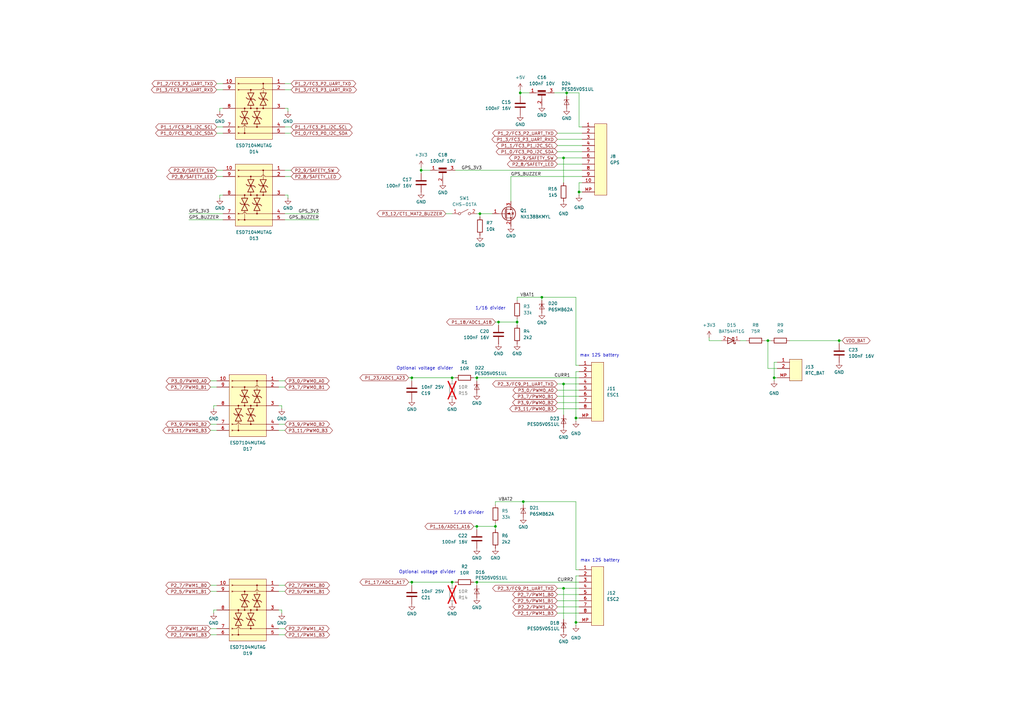
<source format=kicad_sch>
(kicad_sch (version 20250114) (generator "eeschema") (generator_version "9.0")
  (paper "A3")
  (title_block (title "MR-MCXN-T1-IO") (date "2025-10-13") (rev "X0") (company "NXP SEMICONDUCTORS B.V.") (comment 3 "DESIGNER: YOURI TILS") (comment 4 "CTO SYSTEM INNOVATIONS / MOBILE ROBOTICS DOMAIN"))
  (text "1/16 divider" (at 192.278 210.312 0) (effects (font (size 1.27 1.27))))
  (text "Optional voltage divider" (at 175.26 234.696 0) (effects (font (size 1.27 1.27))))
  (text "max 12S battery" (at 245.872 145.796 0) (effects (font (size 1.27 1.27))))
  (text "max 12S battery" (at 246.126 229.87 0) (effects (font (size 1.27 1.27))))
  (text "1/16 divider" (at 201.168 126.492 0) (effects (font (size 1.27 1.27))))
  (text "Optional voltage divider" (at 174.244 151.13 0) (effects (font (size 1.27 1.27))))
  (junction (at 196.85 87.63))
  (junction (at 212.09 132.08))
  (junction (at 344.17 139.7))
  (junction (at 222.25 121.92))
  (junction (at 213.36 38.1))
  (junction (at 314.96 139.7))
  (junction (at 195.58 154.94))
  (junction (at 172.72 69.85))
  (junction (at 168.91 238.76))
  (junction (at 236.22 171.45))
  (junction (at 195.58 238.76))
  (junction (at 236.22 255.27))
  (junction (at 185.42 238.76))
  (junction (at 237.49 78.74))
  (junction (at 232.41 38.1))
  (junction (at 317.5 154.94))
  (junction (at 195.58 215.9))
  (junction (at 231.14 64.77))
  (junction (at 185.42 154.94))
  (junction (at 214.63 205.74))
  (junction (at 231.14 241.3))
  (junction (at 168.91 154.94))
  (junction (at 231.14 157.48))
  (junction (at 204.47 132.08))
  (junction (at 203.2 215.9))
  (wire (pts (xy 228.6 243.84) (xy 237.49 243.84)))
  (wire (pts (xy 222.25 121.92) (xy 222.25 123.19)))
  (wire (pts (xy 88.9 36.83) (xy 91.44 36.83)))
  (wire (pts (xy 203.2 132.08) (xy 204.47 132.08)))
  (wire (pts (xy 119.38 54.61) (xy 116.84 54.61)))
  (wire (pts (xy 88.9 52.07) (xy 91.44 52.07)))
  (wire (pts (xy 237.49 74.93) (xy 238.76 74.93)))
  (wire (pts (xy 119.38 36.83) (xy 116.84 36.83)))
  (wire (pts (xy 90.17 44.45) (xy 90.17 45.72)))
  (wire (pts (xy 118.11 80.01) (xy 118.11 81.28)))
  (wire (pts (xy 86.36 156.21) (xy 88.9 156.21)))
  (wire (pts (xy 228.6 64.77) (xy 231.14 64.77)))
  (wire (pts (xy 195.58 217.17) (xy 195.58 215.9)))
  (wire (pts (xy 203.2 214.63) (xy 203.2 215.9)))
  (wire (pts (xy 86.36 257.81) (xy 88.9 257.81)))
  (wire (pts (xy 195.58 87.63) (xy 196.85 87.63)))
  (wire (pts (xy 232.41 38.1) (xy 232.41 39.37)))
  (wire (pts (xy 323.85 139.7) (xy 344.17 139.7)))
  (wire (pts (xy 203.2 205.74) (xy 203.2 207.01)))
  (wire (pts (xy 236.22 255.27) (xy 237.49 255.27)))
  (wire (pts (xy 212.09 130.81) (xy 212.09 132.08)))
  (wire (pts (xy 116.84 90.17) (xy 130.81 90.17)))
  (wire (pts (xy 317.5 148.59) (xy 318.77 148.59)))
  (wire (pts (xy 185.42 238.76) (xy 186.69 238.76)))
  (wire (pts (xy 86.36 158.75) (xy 88.9 158.75)))
  (wire (pts (xy 88.9 72.39) (xy 91.44 72.39)))
  (wire (pts (xy 87.63 166.37) (xy 88.9 166.37)))
  (wire (pts (xy 204.47 132.08) (xy 204.47 133.35)))
  (wire (pts (xy 118.11 80.01) (xy 116.84 80.01)))
  (wire (pts (xy 116.84 257.81) (xy 114.3 257.81)))
  (wire (pts (xy 88.9 69.85) (xy 91.44 69.85)))
  (wire (pts (xy 231.14 241.3) (xy 237.49 241.3)))
  (wire (pts (xy 195.58 154.94) (xy 195.58 156.21)))
  (wire (pts (xy 196.85 87.63) (xy 196.85 88.9)))
  (wire (pts (xy 115.57 250.19) (xy 114.3 250.19)))
  (wire (pts (xy 317.5 156.21) (xy 317.5 154.94)))
  (wire (pts (xy 88.9 54.61) (xy 91.44 54.61)))
  (wire (pts (xy 295.91 139.7) (xy 290.83 139.7)))
  (wire (pts (xy 116.84 240.03) (xy 114.3 240.03)))
  (wire (pts (xy 303.53 139.7) (xy 306.07 139.7)))
  (wire (pts (xy 212.09 121.92) (xy 222.25 121.92)))
  (wire (pts (xy 228.6 160.02) (xy 237.49 160.02)))
  (wire (pts (xy 236.22 171.45) (xy 236.22 152.4)))
  (wire (pts (xy 115.57 166.37) (xy 114.3 166.37)))
  (wire (pts (xy 228.6 67.31) (xy 238.76 67.31)))
  (wire (pts (xy 236.22 149.86) (xy 237.49 149.86)))
  (wire (pts (xy 228.6 62.23) (xy 238.76 62.23)))
  (wire (pts (xy 203.2 205.74) (xy 214.63 205.74)))
  (wire (pts (xy 116.84 173.99) (xy 114.3 173.99)))
  (wire (pts (xy 195.58 215.9) (xy 203.2 215.9)))
  (wire (pts (xy 213.36 36.83) (xy 213.36 38.1)))
  (wire (pts (xy 196.85 87.63) (xy 201.93 87.63)))
  (wire (pts (xy 214.63 205.74) (xy 214.63 207.01)))
  (wire (pts (xy 314.96 139.7) (xy 316.23 139.7)))
  (wire (pts (xy 185.42 240.03) (xy 185.42 238.76)))
  (wire (pts (xy 172.72 69.85) (xy 172.72 71.12)))
  (wire (pts (xy 118.11 44.45) (xy 118.11 45.72)))
  (wire (pts (xy 86.36 242.57) (xy 88.9 242.57)))
  (wire (pts (xy 186.69 69.85) (xy 238.76 69.85)))
  (wire (pts (xy 237.49 52.07) (xy 237.49 38.1)))
  (wire (pts (xy 237.49 78.74) (xy 238.76 78.74)))
  (wire (pts (xy 77.47 90.17) (xy 91.44 90.17)))
  (wire (pts (xy 195.58 215.9) (xy 194.31 215.9)))
  (wire (pts (xy 87.63 250.19) (xy 87.63 251.46)))
  (wire (pts (xy 195.58 154.94) (xy 237.49 154.94)))
  (wire (pts (xy 314.96 139.7) (xy 314.96 151.13)))
  (wire (pts (xy 236.22 171.45) (xy 237.49 171.45)))
  (wire (pts (xy 231.14 157.48) (xy 231.14 170.18)))
  (wire (pts (xy 195.58 238.76) (xy 237.49 238.76)))
  (wire (pts (xy 195.58 238.76) (xy 195.58 240.03)))
  (wire (pts (xy 213.36 38.1) (xy 217.17 38.1)))
  (wire (pts (xy 119.38 34.29) (xy 116.84 34.29)))
  (wire (pts (xy 237.49 74.93) (xy 237.49 78.74)))
  (wire (pts (xy 212.09 121.92) (xy 212.09 123.19)))
  (wire (pts (xy 194.31 238.76) (xy 195.58 238.76)))
  (wire (pts (xy 214.63 205.74) (xy 236.22 205.74)))
  (wire (pts (xy 119.38 52.07) (xy 116.84 52.07)))
  (wire (pts (xy 118.11 44.45) (xy 116.84 44.45)))
  (wire (pts (xy 203.2 215.9) (xy 203.2 217.17)))
  (wire (pts (xy 209.55 72.39) (xy 238.76 72.39)))
  (wire (pts (xy 115.57 166.37) (xy 115.57 167.64)))
  (wire (pts (xy 86.36 176.53) (xy 88.9 176.53)))
  (wire (pts (xy 228.6 162.56) (xy 237.49 162.56)))
  (wire (pts (xy 228.6 246.38) (xy 237.49 246.38)))
  (wire (pts (xy 172.72 68.58) (xy 172.72 69.85)))
  (wire (pts (xy 87.63 166.37) (xy 87.63 167.64)))
  (wire (pts (xy 77.47 87.63) (xy 91.44 87.63)))
  (wire (pts (xy 168.91 238.76) (xy 185.42 238.76)))
  (wire (pts (xy 119.38 69.85) (xy 116.84 69.85)))
  (wire (pts (xy 168.91 238.76) (xy 168.91 240.03)))
  (wire (pts (xy 236.22 152.4) (xy 237.49 152.4)))
  (wire (pts (xy 204.47 132.08) (xy 212.09 132.08)))
  (wire (pts (xy 115.57 250.19) (xy 115.57 251.46)))
  (wire (pts (xy 116.84 87.63) (xy 130.81 87.63)))
  (wire (pts (xy 317.5 154.94) (xy 317.5 148.59)))
  (wire (pts (xy 167.64 154.94) (xy 168.91 154.94)))
  (wire (pts (xy 236.22 236.22) (xy 237.49 236.22)))
  (wire (pts (xy 228.6 248.92) (xy 237.49 248.92)))
  (wire (pts (xy 87.63 250.19) (xy 88.9 250.19)))
  (wire (pts (xy 182.88 87.63) (xy 185.42 87.63)))
  (wire (pts (xy 194.31 154.94) (xy 195.58 154.94)))
  (wire (pts (xy 290.83 139.7) (xy 290.83 138.43)))
  (wire (pts (xy 90.17 44.45) (xy 91.44 44.45)))
  (wire (pts (xy 236.22 256.54) (xy 236.22 255.27)))
  (wire (pts (xy 236.22 205.74) (xy 236.22 233.68)))
  (wire (pts (xy 116.84 158.75) (xy 114.3 158.75)))
  (wire (pts (xy 232.41 38.1) (xy 237.49 38.1)))
  (wire (pts (xy 236.22 233.68) (xy 237.49 233.68)))
  (wire (pts (xy 231.14 157.48) (xy 237.49 157.48)))
  (wire (pts (xy 172.72 69.85) (xy 176.53 69.85)))
  (wire (pts (xy 90.17 80.01) (xy 90.17 81.28)))
  (wire (pts (xy 185.42 154.94) (xy 186.69 154.94)))
  (wire (pts (xy 228.6 59.69) (xy 238.76 59.69)))
  (wire (pts (xy 213.36 38.1) (xy 213.36 39.37)))
  (wire (pts (xy 228.6 251.46) (xy 237.49 251.46)))
  (wire (pts (xy 86.36 260.35) (xy 88.9 260.35)))
  (wire (pts (xy 185.42 154.94) (xy 185.42 156.21)))
  (wire (pts (xy 90.17 80.01) (xy 91.44 80.01)))
  (wire (pts (xy 86.36 240.03) (xy 88.9 240.03)))
  (wire (pts (xy 317.5 154.94) (xy 318.77 154.94)))
  (wire (pts (xy 228.6 165.1) (xy 237.49 165.1)))
  (wire (pts (xy 119.38 72.39) (xy 116.84 72.39)))
  (wire (pts (xy 212.09 132.08) (xy 212.09 133.35)))
  (wire (pts (xy 237.49 52.07) (xy 238.76 52.07)))
  (wire (pts (xy 168.91 154.94) (xy 185.42 154.94)))
  (wire (pts (xy 236.22 255.27) (xy 236.22 236.22)))
  (wire (pts (xy 228.6 157.48) (xy 231.14 157.48)))
  (wire (pts (xy 88.9 34.29) (xy 91.44 34.29)))
  (wire (pts (xy 168.91 154.94) (xy 168.91 156.21)))
  (wire (pts (xy 227.33 38.1) (xy 232.41 38.1)))
  (wire (pts (xy 237.49 80.01) (xy 237.49 78.74)))
  (wire (pts (xy 116.84 242.57) (xy 114.3 242.57)))
  (wire (pts (xy 228.6 167.64) (xy 237.49 167.64)))
  (wire (pts (xy 228.6 54.61) (xy 238.76 54.61)))
  (wire (pts (xy 344.17 139.7) (xy 344.17 140.97)))
  (wire (pts (xy 167.64 238.76) (xy 168.91 238.76)))
  (wire (pts (xy 116.84 156.21) (xy 114.3 156.21)))
  (wire (pts (xy 314.96 151.13) (xy 318.77 151.13)))
  (wire (pts (xy 228.6 241.3) (xy 231.14 241.3)))
  (wire (pts (xy 116.84 260.35) (xy 114.3 260.35)))
  (wire (pts (xy 86.36 173.99) (xy 88.9 173.99)))
  (wire (pts (xy 313.69 139.7) (xy 314.96 139.7)))
  (wire (pts (xy 228.6 57.15) (xy 238.76 57.15)))
  (wire (pts (xy 222.25 121.92) (xy 236.22 121.92)))
  (wire (pts (xy 236.22 121.92) (xy 236.22 149.86)))
  (wire (pts (xy 231.14 241.3) (xy 231.14 254)))
  (wire (pts (xy 116.84 176.53) (xy 114.3 176.53)))
  (wire (pts (xy 209.55 72.39) (xy 209.55 82.55)))
  (wire (pts (xy 236.22 172.72) (xy 236.22 171.45)))
  (wire (pts (xy 344.17 139.7) (xy 345.44 139.7)))
  (wire (pts (xy 231.14 64.77) (xy 231.14 74.93)))
  (wire (pts (xy 231.14 64.77) (xy 238.76 64.77)))
  (label "GPS_3V3" (at 77.47 87.63 0))
  (label "VBAT1" (at 213.36 121.92 0))
  (label "CURR2" (at 228.6 238.76 0))
  (label "GPS_BUZZER" (at 77.47 90.17 0))
  (label "GPS_BUZZER" (at 209.55 72.39 0))
  (label "GPS_3V3" (at 130.81 87.63 180))
  (label "VBAT2" (at 204.47 205.74 0))
  (label "GPS_BUZZER" (at 130.81 90.17 180))
  (label "CURR1" (at 227.33 154.94 0))
  (label "GPS_3V3" (at 189.23 69.85 0))
  (global_label "VDD_BAT" (shape bidirectional) (at 345.44 139.7 0) (property "Intersheetrefs" "${INTERSHEET_REFS}" (at 357.4589 139.7 0) (effects (justify left))))
  (global_label "P1_2{slash}FC3_P2_UART_TXD" (shape bidirectional) (at 228.6 54.61 180) (property "Intersheetrefs" "${INTERSHEET_REFS}" (at 201.4622 54.61 0) (effects (justify right))))
  (global_label "P2_5{slash}PWM1_B1" (shape bidirectional) (at 228.6 246.38 180) (property "Intersheetrefs" "${INTERSHEET_REFS}" (at 209.687 246.38 0) (effects (justify right))))
  (global_label "P1_23{slash}ADC1_A23" (shape bidirectional) (at 167.64 154.94 180) (property "Intersheetrefs" "${INTERSHEET_REFS}" (at 147.0336 154.94 0) (effects (justify right))))
  (global_label "P2_7{slash}PWM1_B0" (shape bidirectional) (at 116.84 240.03 0) (property "Intersheetrefs" "${INTERSHEET_REFS}" (at 135.753 240.03 0) (effects (justify left))))
  (global_label "P2_8{slash}SAFETY_LED" (shape bidirectional) (at 228.6 67.31 180) (property "Intersheetrefs" "${INTERSHEET_REFS}" (at 207.5098 67.31 0) (effects (justify right))))
  (global_label "P2_8{slash}SAFETY_LED" (shape bidirectional) (at 119.38 72.39 0) (property "Intersheetrefs" "${INTERSHEET_REFS}" (at 140.4702 72.39 0) (effects (justify left))))
  (global_label "P3_7{slash}PWM0_B1" (shape bidirectional) (at 86.36 158.75 180) (property "Intersheetrefs" "${INTERSHEET_REFS}" (at 67.447 158.75 0) (effects (justify right))))
  (global_label "P3_0{slash}PWM0_A0" (shape bidirectional) (at 228.6 160.02 180) (property "Intersheetrefs" "${INTERSHEET_REFS}" (at 209.8684 160.02 0) (effects (justify right))))
  (global_label "P1_3{slash}FC3_P3_UART_RXD" (shape bidirectional) (at 228.6 57.15 180) (property "Intersheetrefs" "${INTERSHEET_REFS}" (at 201.1598 57.15 0) (effects (justify right))))
  (global_label "P3_9{slash}PWM0_B2" (shape bidirectional) (at 116.84 173.99 0) (property "Intersheetrefs" "${INTERSHEET_REFS}" (at 135.753 173.99 0) (effects (justify left))))
  (global_label "P2_9{slash}SAFETY_SW" (shape bidirectional) (at 88.9 69.85 180) (property "Intersheetrefs" "${INTERSHEET_REFS}" (at 68.596 69.85 0) (effects (justify right))))
  (global_label "P1_2{slash}FC3_P2_UART_TXD" (shape bidirectional) (at 88.9 34.29 180) (property "Intersheetrefs" "${INTERSHEET_REFS}" (at 61.7622 34.29 0) (effects (justify right))))
  (global_label "P1_17{slash}ADC1_A17" (shape bidirectional) (at 167.64 238.76 180) (property "Intersheetrefs" "${INTERSHEET_REFS}" (at 147.0336 238.76 0) (effects (justify right))))
  (global_label "P1_2{slash}FC3_P2_UART_TXD" (shape bidirectional) (at 119.38 34.29 0) (property "Intersheetrefs" "${INTERSHEET_REFS}" (at 146.5178 34.29 0) (effects (justify left))))
  (global_label "P2_1{slash}PWM1_B3" (shape bidirectional) (at 116.84 260.35 0) (property "Intersheetrefs" "${INTERSHEET_REFS}" (at 135.753 260.35 0) (effects (justify left))))
  (global_label "P2_3{slash}FC9_P1_UART_TXD" (shape bidirectional) (at 228.6 241.3 180) (property "Intersheetrefs" "${INTERSHEET_REFS}" (at 201.4622 241.3 0) (effects (justify right))))
  (global_label "P1_0{slash}FC3_P0_I2C_SDA" (shape bidirectional) (at 228.6 62.23 180) (property "Intersheetrefs" "${INTERSHEET_REFS}" (at 202.9136 62.23 0) (effects (justify right))))
  (global_label "P1_0{slash}FC3_P0_I2C_SDA" (shape bidirectional) (at 88.9 54.61 180) (property "Intersheetrefs" "${INTERSHEET_REFS}" (at 63.2136 54.61 0) (effects (justify right))))
  (global_label "P1_0{slash}FC3_P0_I2C_SDA" (shape bidirectional) (at 119.38 54.61 0) (property "Intersheetrefs" "${INTERSHEET_REFS}" (at 145.0664 54.61 0) (effects (justify left))))
  (global_label "P2_9{slash}SAFETY_SW" (shape bidirectional) (at 228.6 64.77 180) (property "Intersheetrefs" "${INTERSHEET_REFS}" (at 208.296 64.77 0) (effects (justify right))))
  (global_label "P3_11{slash}PWM0_B3" (shape bidirectional) (at 86.36 176.53 180) (property "Intersheetrefs" "${INTERSHEET_REFS}" (at 66.2375 176.53 0) (effects (justify right))))
  (global_label "P2_5{slash}PWM1_B1" (shape bidirectional) (at 116.84 242.57 0) (property "Intersheetrefs" "${INTERSHEET_REFS}" (at 135.753 242.57 0) (effects (justify left))))
  (global_label "P2_1{slash}PWM1_B3" (shape bidirectional) (at 228.6 251.46 180) (property "Intersheetrefs" "${INTERSHEET_REFS}" (at 209.687 251.46 0) (effects (justify right))))
  (global_label "P2_9{slash}SAFETY_SW" (shape bidirectional) (at 119.38 69.85 0) (property "Intersheetrefs" "${INTERSHEET_REFS}" (at 139.684 69.85 0) (effects (justify left))))
  (global_label "P1_16{slash}ADC1_A16" (shape bidirectional) (at 194.31 215.9 180) (property "Intersheetrefs" "${INTERSHEET_REFS}" (at 173.7036 215.9 0) (effects (justify right))))
  (global_label "P3_9{slash}PWM0_B2" (shape bidirectional) (at 86.36 173.99 180) (property "Intersheetrefs" "${INTERSHEET_REFS}" (at 67.447 173.99 0) (effects (justify right))))
  (global_label "P3_0{slash}PWM0_A0" (shape bidirectional) (at 86.36 156.21 180) (property "Intersheetrefs" "${INTERSHEET_REFS}" (at 67.6284 156.21 0) (effects (justify right))))
  (global_label "P1_18{slash}ADC1_A18" (shape bidirectional) (at 203.2 132.08 180) (property "Intersheetrefs" "${INTERSHEET_REFS}" (at 182.5936 132.08 0) (effects (justify right))))
  (global_label "P3_11{slash}PWM0_B3" (shape bidirectional) (at 228.6 167.64 180) (property "Intersheetrefs" "${INTERSHEET_REFS}" (at 208.4775 167.64 0) (effects (justify right))))
  (global_label "P1_1{slash}FC3_P1_I2C_SCL" (shape bidirectional) (at 228.6 59.69 180) (property "Intersheetrefs" "${INTERSHEET_REFS}" (at 202.9741 59.69 0) (effects (justify right))))
  (global_label "P1_3{slash}FC3_P3_UART_RXD" (shape bidirectional) (at 119.38 36.83 0) (property "Intersheetrefs" "${INTERSHEET_REFS}" (at 146.8202 36.83 0) (effects (justify left))))
  (global_label "P3_7{slash}PWM0_B1" (shape bidirectional) (at 228.6 162.56 180) (property "Intersheetrefs" "${INTERSHEET_REFS}" (at 209.687 162.56 0) (effects (justify right))))
  (global_label "P2_1{slash}PWM1_B3" (shape bidirectional) (at 86.36 260.35 180) (property "Intersheetrefs" "${INTERSHEET_REFS}" (at 67.447 260.35 0) (effects (justify right))))
  (global_label "P2_8{slash}SAFETY_LED" (shape bidirectional) (at 88.9 72.39 180) (property "Intersheetrefs" "${INTERSHEET_REFS}" (at 67.8098 72.39 0) (effects (justify right))))
  (global_label "P2_2{slash}PWM1_A2" (shape bidirectional) (at 86.36 257.81 180) (property "Intersheetrefs" "${INTERSHEET_REFS}" (at 67.6284 257.81 0) (effects (justify right))))
  (global_label "P3_9{slash}PWM0_B2" (shape bidirectional) (at 228.6 165.1 180) (property "Intersheetrefs" "${INTERSHEET_REFS}" (at 209.687 165.1 0) (effects (justify right))))
  (global_label "P3_7{slash}PWM0_B1" (shape bidirectional) (at 116.84 158.75 0) (property "Intersheetrefs" "${INTERSHEET_REFS}" (at 135.753 158.75 0) (effects (justify left))))
  (global_label "P1_3{slash}FC3_P3_UART_RXD" (shape bidirectional) (at 88.9 36.83 180) (property "Intersheetrefs" "${INTERSHEET_REFS}" (at 61.4598 36.83 0) (effects (justify right))))
  (global_label "P3_12{slash}CT1_MAT2_BUZZER" (shape bidirectional) (at 182.88 87.63 180) (property "Intersheetrefs" "${INTERSHEET_REFS}" (at 154.049 87.63 0) (effects (justify right))))
  (global_label "P2_2{slash}PWM1_A2" (shape bidirectional) (at 228.6 248.92 180) (property "Intersheetrefs" "${INTERSHEET_REFS}" (at 209.8684 248.92 0) (effects (justify right))))
  (global_label "P1_1{slash}FC3_P1_I2C_SCL" (shape bidirectional) (at 119.38 52.07 0) (property "Intersheetrefs" "${INTERSHEET_REFS}" (at 145.0059 52.07 0) (effects (justify left))))
  (global_label "P3_11{slash}PWM0_B3" (shape bidirectional) (at 116.84 176.53 0) (property "Intersheetrefs" "${INTERSHEET_REFS}" (at 136.9625 176.53 0) (effects (justify left))))
  (global_label "P3_0{slash}PWM0_A0" (shape bidirectional) (at 116.84 156.21 0) (property "Intersheetrefs" "${INTERSHEET_REFS}" (at 135.5716 156.21 0) (effects (justify left))))
  (global_label "P2_2{slash}PWM1_A2" (shape bidirectional) (at 116.84 257.81 0) (property "Intersheetrefs" "${INTERSHEET_REFS}" (at 135.5716 257.81 0) (effects (justify left))))
  (global_label "P2_7{slash}PWM1_B0" (shape bidirectional) (at 86.36 240.03 180) (property "Intersheetrefs" "${INTERSHEET_REFS}" (at 67.447 240.03 0) (effects (justify right))))
  (global_label "P2_3{slash}FC9_P1_UART_TXD" (shape bidirectional) (at 228.6 157.48 180) (property "Intersheetrefs" "${INTERSHEET_REFS}" (at 201.4622 157.48 0) (effects (justify right))))
  (global_label "P1_1{slash}FC3_P1_I2C_SCL" (shape bidirectional) (at 88.9 52.07 180) (property "Intersheetrefs" "${INTERSHEET_REFS}" (at 63.2741 52.07 0) (effects (justify right))))
  (global_label "P2_7{slash}PWM1_B0" (shape bidirectional) (at 228.6 243.84 180) (property "Intersheetrefs" "${INTERSHEET_REFS}" (at 209.687 243.84 0) (effects (justify right))))
  (global_label "P2_5{slash}PWM1_B1" (shape bidirectional) (at 86.36 242.57 180) (property "Intersheetrefs" "${INTERSHEET_REFS}" (at 67.447 242.57 0) (effects (justify right))))
  (symbol (lib_id "power:+3V3") (at 290.83 138.43 0) (mirror y) (unit 1)
    (property "Reference" "#PWR056" (effects (hide yes)))
    (property "Value" "+3V3" (at 290.83 133.35 0))
    (property "Description" "Power symbol creates a global label with name \"+3V3\"" (effects (hide yes)))
  )
  (symbol (lib_id "Switches:CHS-01TA") (at 185.42 87.63 0) (unit 1)
    (property "Reference" "SW1" (at 190.5 81.28 0))
    (property "Value" "CHS-01TA" (at 190.5 83.82 0))
    (property "Footprint" "Switches:CHS-01TA" (effects (hide yes)))
    (property "Datasheet" "https://www.nidec-copal-electronics.com/e/catalog/switch/chs.pdf" (effects (hide yes)))
    (property "Description" "Dip Switch SPST 1 Position Surface Mount Slide (Standard) Actuator 100mA 6VDC" (effects (hide yes)))
    (property "MF" "Nidec Components Corporation" (effects (hide yes)))
    (property "MFPN" "CHS-01TA" (effects (hide yes)))
    (property "DigiKey" "563-1003-1-ND" (effects (hide yes)))
  )
  (symbol (lib_id "power:GND") (at 195.58 245.11 0) (mirror y) (unit 1)
    (property "Reference" "#PWR0102" (effects (hide yes)))
    (property "Value" "GND" (at 195.58 249.174 0))
    (property "Description" "Power symbol creates a global label with name \"GND\" , ground" (effects (hide yes)))
  )
  (symbol (lib_id "TVS:PESD5V0S1UL") (at 231.14 170.18 90) (mirror x) (unit 1)
    (property "Reference" "D23" (at 225.552 171.704 90) (effects (justify right)))
    (property "Value" "PESD5V0S1UL" (at 216.154 173.99 90) (effects (justify right)))
    (property "Footprint" "TVS:PESD5V0S1ULD315" (effects (hide yes)))
    (property "Datasheet" "https://assets.nexperia.com/documents/data-sheet/PESD5V0S1UL.pdf" (effects (hide yes)))
    (property "Description" "TVS DIODE 5VWM 20VC DFN1006-2" (effects (hide yes)))
    (property "MF" "Nexperia USA Inc." (effects (hide yes)))
    (property "MFPN" "PESD5V0S1UL,315" (effects (hide yes)))
    (property "DigiKey" "1727-4189-1-ND" (effects (hide yes)))
  )
  (symbol (lib_id "power:GND") (at 87.63 167.64 0) (mirror y) (unit 1)
    (property "Reference" "#PWR0104" (effects (hide yes)))
    (property "Value" "GND" (at 87.63 171.704 0))
    (property "Description" "Power symbol creates a global label with name \"GND\" , ground" (effects (hide yes)))
  )
  (symbol (lib_id "Capacitors:NFM15PC104R1A3D") (at 176.53 69.85 0) (unit 1)
    (property "Reference" "C18" (at 181.61 63.5 0))
    (property "Value" "100nF 10V" (at 181.61 66.04 0))
    (property "Footprint" "Capacitors:FIL_NFM15PC104R1A3D" (effects (hide yes)))
    (property "Datasheet" "https://search.murata.co.jp/Ceramy/image/img/A01X/G101/ENG/NFM15PC104R1A3-01.pdf" (effects (hide yes)))
    (property "Description" "0.1 µF Feed Through Capacitor 10V 2 A 30mOhm 0402 (1005 Metric), 3 PC Pad" (effects (hide yes)))
    (property "MF" "Murata Electronics" (effects (hide yes)))
    (property "MFPN" "NFM15PC104R1A3D" (effects (hide yes)))
    (property "DigiKey" "490-17918-1-ND" (effects (hide yes)))
  )
  (symbol (lib_id "TVS:P6SMB62A") (at 214.63 207.01 270) (unit 1)
    (property "Reference" "D21" (at 217.17 208.2799 90) (effects (justify left)))
    (property "Value" "P6SMB62A" (at 217.17 210.8199 90) (effects (justify left)))
    (property "Footprint" "TVS:SOD1002-1" (effects (hide yes)))
    (property "Datasheet" "https://assets.nexperia.com/documents/data-sheet/P6SMB_SER.pdf" (effects (hide yes)))
    (property "Description" "TVS DIODE 53VWM 65VBR 85VC DO214AA" (effects (hide yes)))
    (property "MF" "Littelfuse Inc." (effects (hide yes)))
    (property "MFPN" "P6SMB62A" (effects (hide yes)))
    (property "DigiKey" "P6SMB62ALFCT-ND" (effects (hide yes)))
  )
  (symbol (lib_id "power:GND") (at 317.5 156.21 0) (mirror y) (unit 1)
    (property "Reference" "#PWR054" (effects (hide yes)))
    (property "Value" "GND" (at 317.5 161.29 0))
    (property "Description" "Power symbol creates a global label with name \"GND\" , ground" (effects (hide yes)))
  )
  (symbol (lib_id "power:GND") (at 118.11 45.72 0) (mirror y) (unit 1)
    (property "Reference" "#PWR096" (effects (hide yes)))
    (property "Value" "GND" (at 118.11 49.784 0))
    (property "Description" "Power symbol creates a global label with name \"GND\" , ground" (effects (hide yes)))
  )
  (symbol (lib_id "Connectors:JST_SH_SM8B-SRSS-TB") (at 237.49 233.68 0) (unit 1)
    (property "Reference" "J12" (at 248.92 243.2049 0) (effects (justify left)))
    (property "Value" "ESC2" (at 248.92 245.7449 0) (effects (justify left)))
    (property "Footprint" "Connector_JST:JST_SH_SM08B-SRSS-TB_1x08-1MP_P1.00mm_Horizontal" (effects (hide yes)))
    (property "MF" "JST Sales America Inc." (effects (hide yes)))
    (property "MFPN" "SM08B-SRSS-TB" (effects (hide yes)))
    (property "DigiKey" "455-1808-1-ND" (effects (hide yes)))
  )
  (symbol (lib_id "power:GND") (at 213.36 46.99 0) (mirror y) (unit 1)
    (property "Reference" "#PWR0129" (effects (hide yes)))
    (property "Value" "GND" (at 213.36 51.054 0))
    (property "Description" "Power symbol creates a global label with name \"GND\" , ground" (effects (hide yes)))
  )
  (symbol (lib_id "Device:R") (at 203.2 220.98 0) (unit 1)
    (property "Reference" "R6" (at 205.74 219.7099 0) (effects (justify left)))
    (property "Value" "2k2" (at 205.74 222.2499 0) (effects (justify left)))
    (property "Footprint" "Resistor_SMD:R_0402_1005Metric" (effects (hide yes)))
    (property "Description" "Resistor" (effects (hide yes)))
    (property "MF" "YAGEO" (effects (hide yes)))
    (property "DigiKey" "YAG3467CT-ND" (effects (hide yes)))
    (property "MFPN" "AC0402FR-072K2L" (effects (hide yes)))
  )
  (symbol (lib_id "power:GND") (at 168.91 163.83 0) (mirror y) (unit 1)
    (property "Reference" "#PWR074" (effects (hide yes)))
    (property "Value" "GND" (at 168.91 167.894 0))
    (property "Description" "Power symbol creates a global label with name \"GND\" , ground" (effects (hide yes)))
  )
  (symbol (lib_id "power:GND") (at 236.22 256.54 0) (mirror y) (unit 1)
    (property "Reference" "#PWR0101" (effects (hide yes)))
    (property "Value" "GND" (at 236.22 261.62 0))
    (property "Description" "Power symbol creates a global label with name \"GND\" , ground" (effects (hide yes)))
  )
  (symbol (lib_id "TVS:PESD5V0S1UL") (at 195.58 240.03 270) (unit 1)
    (property "Reference" "D16" (at 198.882 234.696 90) (effects (justify right)))
    (property "Value" "PESD5V0S1UL" (at 208.28 236.982 90) (effects (justify right)))
    (property "Footprint" "TVS:PESD5V0S1ULD315" (effects (hide yes)))
    (property "Datasheet" "https://assets.nexperia.com/documents/data-sheet/PESD5V0S1UL.pdf" (effects (hide yes)))
    (property "Description" "TVS DIODE 5VWM 20VC DFN1006-2" (effects (hide yes)))
    (property "MF" "Nexperia USA Inc." (effects (hide yes)))
    (property "MFPN" "PESD5V0S1UL,315" (effects (hide yes)))
    (property "DigiKey" "1727-4189-1-ND" (effects (hide yes)))
  )
  (symbol (lib_id "Capacitors:GRM1555C1E103JE01D") (at 168.91 160.02 0) (mirror x) (unit 1)
    (property "Reference" "C19" (at 172.72 161.2901 0) (effects (justify left)))
    (property "Value" "10nF 25V" (at 172.72 158.7501 0) (effects (justify left)))
    (property "Footprint" "Capacitor_SMD:C_0402_1005Metric" (effects (hide yes)))
    (property "Datasheet" "https://search.murata.co.jp/Ceramy/image/img/A01X/G101/ENG/GRM1555C1E103JE01-01A.pdf" (effects (hide yes)))
    (property "Description" "CAP CER 10000PF 25V C0G/NP0 0402" (effects (hide yes)))
    (property "MF" "Murata Electronics" (effects (hide yes)))
    (property "MFPN" "GRM1555C1E103JE01D" (effects (hide yes)))
    (property "DigiKey" "490-GRM1555C1E103JE01DCT-ND" (effects (hide yes)))
  )
  (symbol (lib_id "Device:R") (at 185.42 243.84 0) (mirror y) (unit 1) (in_bom no) (dnp yes)
    (property "Reference" "R14" (at 187.96 245.1101 0) (effects (justify right)))
    (property "Value" "10R" (at 187.96 242.5701 0) (effects (justify right)))
    (property "Footprint" "Resistor_SMD:R_0402_1005Metric" (effects (hide yes)))
    (property "Description" "Resistor" (effects (hide yes)))
    (property "MF" "YAGEO" (effects (hide yes)))
    (property "DigiKey" "YAG3438CT-ND" (effects (hide yes)))
    (property "MFPN" "AC0402FR-0710RL" (effects (hide yes)))
  )
  (symbol (lib_id "Capacitors:GRM155R71C104KA88J") (at 195.58 220.98 0) (unit 1)
    (property "Reference" "C22" (at 191.77 219.7099 0) (effects (justify right)))
    (property "Value" "100nF 16V" (at 191.77 222.2499 0) (effects (justify right)))
    (property "Footprint" "Capacitor_SMD:C_0402_1005Metric" (effects (hide yes)))
    (property "Datasheet" "https://search.murata.co.jp/Ceramy/image/img/A01X/G101/ENG/GRM155R71C104KA88-01.pdf" (effects (hide yes)))
    (property "Description" "CAP CER 0.1UF 16V X7R 0402" (effects (hide yes)))
    (property "MF" "Murata Electronics" (effects (hide yes)))
    (property "MFPN" "GRM155R71C104KA88J" (effects (hide yes)))
    (property "DigiKey" "490-6328-1-ND" (effects (hide yes)))
  )
  (symbol (lib_name "ESD7104MUTAG_1") (lib_id "TVS:ESD7104MUTAG") (at 91.44 54.61 0) (mirror x) (unit 1)
    (property "Reference" "D14" (at 104.14 62.23 0))
    (property "Value" "ESD7104MUTAG" (at 104.14 59.69 0))
    (property "Footprint" "TVS:ESD8104MUTAG" (effects (hide yes)))
    (property "Datasheet" "https://www.onsemi.com/pub/Collateral/ESD7104-D.PDF" (effects (hide yes)))
    (property "Description" "SZESD7104MTWTAG Wettable Flank Package; Low ESD Clamping Voltage; SZ Prefix for Automotive and Other Applications Requiring Unique Site and Control Change Requirements; AECQ101 Qualified and PPAP Capable; These Devices are PbFree, Halogen Free/BFR Free and are RoHS Compliant; Low Capacitance (0.3 pF Typical, I/O to GND); IEC6100042 (ESD): Level 4" (effects (hide yes)))
    (property "MF" "onsemi" (effects (hide yes)))
    (property "MFPN" "ESD7104MUTAG" (effects (hide yes)))
    (property "DigiKey" "ESD7104MUTAGOSCT-ND" (effects (hide yes)))
  )
  (symbol (lib_id "Device:R") (at 309.88 139.7 90) (unit 1)
    (property "Reference" "R8" (at 309.88 133.35 90))
    (property "Value" "75R" (at 309.88 135.89 90))
    (property "Footprint" "Resistor_SMD:R_0402_1005Metric" (effects (hide yes)))
    (property "Description" "Resistor" (effects (hide yes)))
    (property "MF" "YAGEO" (effects (hide yes)))
    (property "DigiKey" "13-RC0402FR-1375RLCT-ND" (effects (hide yes)))
    (property "MFPN" "RC0402FR-1375RL" (effects (hide yes)))
  )
  (symbol (lib_id "power:+5V") (at 213.36 36.83 0) (mirror y) (unit 1)
    (property "Reference" "#PWR0128" (effects (hide yes)))
    (property "Value" "+5V" (at 213.36 31.75 0))
    (property "Description" "Power symbol creates a global label with name \"+5V\"" (effects (hide yes)))
  )
  (symbol (lib_id "power:GND") (at 172.72 78.74 0) (mirror y) (unit 1)
    (property "Reference" "#PWR099" (effects (hide yes)))
    (property "Value" "GND" (at 172.72 82.804 0))
    (property "Description" "Power symbol creates a global label with name \"GND\" , ground" (effects (hide yes)))
  )
  (symbol (lib_id "power:GND") (at 231.14 259.08 0) (mirror y) (unit 1)
    (property "Reference" "#PWR0103" (effects (hide yes)))
    (property "Value" "GND" (at 231.14 263.144 0))
    (property "Description" "Power symbol creates a global label with name \"GND\" , ground" (effects (hide yes)))
  )
  (symbol (lib_id "power:GND") (at 231.14 82.55 0) (mirror y) (unit 1)
    (property "Reference" "#PWR0106" (effects (hide yes)))
    (property "Value" "GND" (at 231.14 87.63 0))
    (property "Description" "Power symbol creates a global label with name \"GND\" , ground" (effects (hide yes)))
  )
  (symbol (lib_id "Device:R") (at 231.14 78.74 0) (mirror y) (unit 1)
    (property "Reference" "R16" (at 228.6 77.4699 0) (effects (justify left)))
    (property "Value" "1k5" (at 228.6 80.0099 0) (effects (justify left)))
    (property "Footprint" "Resistor_SMD:R_0402_1005Metric" (effects (hide yes)))
    (property "Description" "Resistor" (effects (hide yes)))
    (property "DigiKey" "311-1.50KLRCT-ND" (effects (hide yes)))
    (property "MF" "YAGEO" (effects (hide yes)))
    (property "MFPN" "RC0402FR-071K5L" (effects (hide yes)))
  )
  (symbol (lib_id "power:+3V3") (at 172.72 68.58 0) (mirror y) (unit 1)
    (property "Reference" "#PWR093" (effects (hide yes)))
    (property "Value" "+3V3" (at 172.72 63.5 0))
    (property "Description" "Power symbol creates a global label with name \"+3V3\"" (effects (hide yes)))
  )
  (symbol (lib_id "power:GND") (at 222.25 43.18 0) (mirror y) (unit 1)
    (property "Reference" "#PWR0130" (effects (hide yes)))
    (property "Value" "GND" (at 222.25 47.244 0))
    (property "Description" "Power symbol creates a global label with name \"GND\" , ground" (effects (hide yes)))
  )
  (symbol (lib_id "power:GND") (at 115.57 251.46 0) (mirror y) (unit 1)
    (property "Reference" "#PWR0109" (effects (hide yes)))
    (property "Value" "GND" (at 115.57 255.524 0))
    (property "Description" "Power symbol creates a global label with name \"GND\" , ground" (effects (hide yes)))
  )
  (symbol (lib_id "power:GND") (at 87.63 251.46 0) (mirror y) (unit 1)
    (property "Reference" "#PWR0108" (effects (hide yes)))
    (property "Value" "GND" (at 87.63 255.524 0))
    (property "Description" "Power symbol creates a global label with name \"GND\" , ground" (effects (hide yes)))
  )
  (symbol (lib_id "Capacitors:GRM1555C1E103JE01D") (at 168.91 243.84 0) (mirror x) (unit 1)
    (property "Reference" "C21" (at 172.72 245.1101 0) (effects (justify left)))
    (property "Value" "10nF 25V" (at 172.72 242.5701 0) (effects (justify left)))
    (property "Footprint" "Capacitor_SMD:C_0402_1005Metric" (effects (hide yes)))
    (property "Datasheet" "https://search.murata.co.jp/Ceramy/image/img/A01X/G101/ENG/GRM1555C1E103JE01-01A.pdf" (effects (hide yes)))
    (property "Description" "CAP CER 10000PF 25V C0G/NP0 0402" (effects (hide yes)))
    (property "MF" "Murata Electronics" (effects (hide yes)))
    (property "MFPN" "GRM1555C1E103JE01D" (effects (hide yes)))
    (property "DigiKey" "490-GRM1555C1E103JE01DCT-ND" (effects (hide yes)))
  )
  (symbol (lib_id "power:GND") (at 118.11 81.28 0) (mirror y) (unit 1)
    (property "Reference" "#PWR091" (effects (hide yes)))
    (property "Value" "GND" (at 118.11 85.344 0))
    (property "Description" "Power symbol creates a global label with name \"GND\" , ground" (effects (hide yes)))
  )
  (symbol (lib_id "power:GND") (at 195.58 161.29 0) (mirror y) (unit 1)
    (property "Reference" "#PWR0120" (effects (hide yes)))
    (property "Value" "GND" (at 195.58 165.354 0))
    (property "Description" "Power symbol creates a global label with name \"GND\" , ground" (effects (hide yes)))
  )
  (symbol (lib_id "Device:R") (at 203.2 210.82 0) (unit 1)
    (property "Reference" "R5" (at 205.74 209.5499 0) (effects (justify left)))
    (property "Value" "33k" (at 205.74 212.0899 0) (effects (justify left)))
    (property "Footprint" "Resistor_SMD:R_0402_1005Metric" (effects (hide yes)))
    (property "Description" "Resistor" (effects (hide yes)))
    (property "MF" "YAGEO" (effects (hide yes)))
    (property "DigiKey" "311-33.0KLRCT-ND" (effects (hide yes)))
    (property "MFPN" "RC0402FR-0733KL" (effects (hide yes)))
  )
  (symbol (lib_id "Capacitors:GRM155R71C104KA88J") (at 204.47 137.16 0) (unit 1)
    (property "Reference" "C20" (at 200.66 135.8899 0) (effects (justify right)))
    (property "Value" "100nF 16V" (at 200.66 138.4299 0) (effects (justify right)))
    (property "Footprint" "Capacitor_SMD:C_0402_1005Metric" (effects (hide yes)))
    (property "Datasheet" "https://search.murata.co.jp/Ceramy/image/img/A01X/G101/ENG/GRM155R71C104KA88-01.pdf" (effects (hide yes)))
    (property "Description" "CAP CER 0.1UF 16V X7R 0402" (effects (hide yes)))
    (property "MF" "Murata Electronics" (effects (hide yes)))
    (property "MFPN" "GRM155R71C104KA88J" (effects (hide yes)))
    (property "DigiKey" "490-6328-1-ND" (effects (hide yes)))
  )
  (symbol (lib_id "Capacitors:GRM155R71C104KA88J") (at 344.17 144.78 0) (mirror y) (unit 1)
    (property "Reference" "C23" (at 347.98 143.5099 0) (effects (justify right)))
    (property "Value" "100nF 16V" (at 347.98 146.0499 0) (effects (justify right)))
    (property "Footprint" "Capacitor_SMD:C_0402_1005Metric" (effects (hide yes)))
    (property "Datasheet" "https://search.murata.co.jp/Ceramy/image/img/A01X/G101/ENG/GRM155R71C104KA88-01.pdf" (effects (hide yes)))
    (property "Description" "CAP CER 0.1UF 16V X7R 0402" (effects (hide yes)))
    (property "MF" "Murata Electronics" (effects (hide yes)))
    (property "MFPN" "GRM155R71C104KA88J" (effects (hide yes)))
    (property "DigiKey" "490-6328-1-ND" (effects (hide yes)))
  )
  (symbol (lib_id "power:GND") (at 115.57 167.64 0) (mirror y) (unit 1)
    (property "Reference" "#PWR0105" (effects (hide yes)))
    (property "Value" "GND" (at 115.57 171.704 0))
    (property "Description" "Power symbol creates a global label with name \"GND\" , ground" (effects (hide yes)))
  )
  (symbol (lib_id "power:GND") (at 204.47 140.97 0) (mirror y) (unit 1)
    (property "Reference" "#PWR0134" (effects (hide yes)))
    (property "Value" "GND" (at 204.47 145.034 0))
    (property "Description" "Power symbol creates a global label with name \"GND\" , ground" (effects (hide yes)))
  )
  (symbol (lib_id "TVS:P6SMB62A") (at 222.25 123.19 270) (unit 1)
    (property "Reference" "D20" (at 224.79 124.4599 90) (effects (justify left)))
    (property "Value" "P6SMB62A" (at 224.79 126.9999 90) (effects (justify left)))
    (property "Footprint" "TVS:SOD1002-1" (effects (hide yes)))
    (property "Datasheet" "https://assets.nexperia.com/documents/data-sheet/P6SMB_SER.pdf" (effects (hide yes)))
    (property "Description" "TVS DIODE 53VWM 65VBR 85VC DO214AA" (effects (hide yes)))
    (property "MF" "Littelfuse Inc." (effects (hide yes)))
    (property "MFPN" "P6SMB62A" (effects (hide yes)))
    (property "DigiKey" "P6SMB62ALFCT-ND" (effects (hide yes)))
  )
  (symbol (lib_id "power:GND") (at 168.91 247.65 0) (mirror y) (unit 1)
    (property "Reference" "#PWR073" (effects (hide yes)))
    (property "Value" "GND" (at 168.91 251.714 0))
    (property "Description" "Power symbol creates a global label with name \"GND\" , ground" (effects (hide yes)))
  )
  (symbol (lib_name "ESD7104MUTAG_3") (lib_id "TVS:ESD7104MUTAG") (at 88.9 176.53 0) (mirror x) (unit 1)
    (property "Reference" "D17" (at 101.6 184.15 0))
    (property "Value" "ESD7104MUTAG" (at 101.6 181.61 0))
    (property "Footprint" "TVS:ESD8104MUTAG" (effects (hide yes)))
    (property "Datasheet" "https://www.onsemi.com/pub/Collateral/ESD7104-D.PDF" (effects (hide yes)))
    (property "Description" "SZESD7104MTWTAG Wettable Flank Package; Low ESD Clamping Voltage; SZ Prefix for Automotive and Other Applications Requiring Unique Site and Control Change Requirements; AECQ101 Qualified and PPAP Capable; These Devices are PbFree, Halogen Free/BFR Free and are RoHS Compliant; Low Capacitance (0.3 pF Typical, I/O to GND); IEC6100042 (ESD): Level 4" (effects (hide yes)))
    (property "MF" "onsemi" (effects (hide yes)))
    (property "MFPN" "ESD7104MUTAG" (effects (hide yes)))
    (property "DigiKey" "ESD7104MUTAGOSCT-ND" (effects (hide yes)))
  )
  (symbol (lib_id "power:GND") (at 232.41 44.45 0) (mirror y) (unit 1)
    (property "Reference" "#PWR0131" (effects (hide yes)))
    (property "Value" "GND" (at 232.41 48.514 0))
    (property "Description" "Power symbol creates a global label with name \"GND\" , ground" (effects (hide yes)))
  )
  (symbol (lib_id "power:GND") (at 344.17 148.59 0) (unit 1)
    (property "Reference" "#PWR064" (effects (hide yes)))
    (property "Value" "GND" (at 344.17 152.654 0))
    (property "Description" "Power symbol creates a global label with name \"GND\" , ground" (effects (hide yes)))
  )
  (symbol (lib_id "power:GND") (at 90.17 45.72 0) (mirror y) (unit 1)
    (property "Reference" "#PWR095" (effects (hide yes)))
    (property "Value" "GND" (at 90.17 49.784 0))
    (property "Description" "Power symbol creates a global label with name \"GND\" , ground" (effects (hide yes)))
  )
  (symbol (lib_id "TVS:PESD5V0S1UL") (at 195.58 156.21 270) (unit 1)
    (property "Reference" "D22" (at 198.628 150.876 90) (effects (justify right)))
    (property "Value" "PESD5V0S1UL" (at 208.026 153.162 90) (effects (justify right)))
    (property "Footprint" "TVS:PESD5V0S1ULD315" (effects (hide yes)))
    (property "Datasheet" "https://assets.nexperia.com/documents/data-sheet/PESD5V0S1UL.pdf" (effects (hide yes)))
    (property "Description" "TVS DIODE 5VWM 20VC DFN1006-2" (effects (hide yes)))
    (property "MF" "Nexperia USA Inc." (effects (hide yes)))
    (property "MFPN" "PESD5V0S1UL,315" (effects (hide yes)))
    (property "DigiKey" "1727-4189-1-ND" (effects (hide yes)))
  )
  (symbol (lib_id "Capacitors:GRM155R71C104KA88J") (at 172.72 74.93 0) (mirror y) (unit 1)
    (property "Reference" "C17" (at 168.91 73.6599 0) (effects (justify left)))
    (property "Value" "100nF 16V" (at 168.91 76.1999 0) (effects (justify left)))
    (property "Footprint" "Capacitor_SMD:C_0402_1005Metric" (effects (hide yes)))
    (property "Datasheet" "https://search.murata.co.jp/Ceramy/image/img/A01X/G101/ENG/GRM155R71C104KA88-01.pdf" (effects (hide yes)))
    (property "Description" "CAP CER 0.1UF 16V X7R 0402" (effects (hide yes)))
    (property "MF" "Murata Electronics" (effects (hide yes)))
    (property "MFPN" "GRM155R71C104KA88J" (effects (hide yes)))
    (property "DigiKey" "490-6328-1-ND" (effects (hide yes)))
  )
  (symbol (lib_id "Device:R") (at 212.09 127 0) (unit 1)
    (property "Reference" "R3" (at 214.63 125.7299 0) (effects (justify left)))
    (property "Value" "33k" (at 214.63 128.2699 0) (effects (justify left)))
    (property "Footprint" "Resistor_SMD:R_0402_1005Metric" (effects (hide yes)))
    (property "Description" "Resistor" (effects (hide yes)))
    (property "MF" "YAGEO" (effects (hide yes)))
    (property "DigiKey" "311-33.0KLRCT-ND" (effects (hide yes)))
    (property "MFPN" "RC0402FR-0733KL" (effects (hide yes)))
  )
  (symbol (lib_name "ESD7104MUTAG_7") (lib_id "TVS:ESD7104MUTAG") (at 91.44 90.17 0) (mirror x) (unit 1)
    (property "Reference" "D13" (at 104.14 97.79 0))
    (property "Value" "ESD7104MUTAG" (at 104.14 95.25 0))
    (property "Footprint" "TVS:ESD8104MUTAG" (effects (hide yes)))
    (property "Datasheet" "https://www.onsemi.com/pub/Collateral/ESD7104-D.PDF" (effects (hide yes)))
    (property "Description" "SZESD7104MTWTAG Wettable Flank Package; Low ESD Clamping Voltage; SZ Prefix for Automotive and Other Applications Requiring Unique Site and Control Change Requirements; AECQ101 Qualified and PPAP Capable; These Devices are PbFree, Halogen Free/BFR Free and are RoHS Compliant; Low Capacitance (0.3 pF Typical, I/O to GND); IEC6100042 (ESD): Level 4" (effects (hide yes)))
    (property "MF" "onsemi" (effects (hide yes)))
    (property "MFPN" "ESD7104MUTAG" (effects (hide yes)))
    (property "DigiKey" "ESD7104MUTAGOSCT-ND" (effects (hide yes)))
  )
  (symbol (lib_id "power:GND") (at 212.09 140.97 0) (mirror y) (unit 1)
    (property "Reference" "#PWR0135" (effects (hide yes)))
    (property "Value" "GND" (at 212.09 145.034 0))
    (property "Description" "Power symbol creates a global label with name \"GND\" , ground" (effects (hide yes)))
  )
  (symbol (lib_id "Diodes:BAT54HT1G") (at 303.53 139.7 180) (unit 1)
    (property "Reference" "D15" (at 300.0375 133.35 0))
    (property "Value" "BAT54HT1G" (at 300.0375 135.89 0))
    (property "Footprint" "Diode_SMD:D_SOD-323" (effects (hide yes)))
    (property "Datasheet" "https://www.onsemi.com/pdf/datasheet/bat54ht1-d.pdf" (effects (hide yes)))
    (property "Description" "Diode 30 V 200mA Surface Mount SOD-323" (effects (hide yes)))
    (property "MF" "onsemi" (effects (hide yes)))
    (property "MFPN" "BAT54HT1G" (effects (hide yes)))
    (property "DigiKey" "BAT54HT1GOSCT-ND" (effects (hide yes)))
  )
  (symbol (lib_id "Capacitors:GRM155R71C104KA88J") (at 213.36 43.18 0) (mirror y) (unit 1)
    (property "Reference" "C15" (at 209.55 41.9099 0) (effects (justify left)))
    (property "Value" "100nF 16V" (at 209.55 44.4499 0) (effects (justify left)))
    (property "Footprint" "Capacitor_SMD:C_0402_1005Metric" (effects (hide yes)))
    (property "Datasheet" "https://search.murata.co.jp/Ceramy/image/img/A01X/G101/ENG/GRM155R71C104KA88-01.pdf" (effects (hide yes)))
    (property "Description" "CAP CER 0.1UF 16V X7R 0402" (effects (hide yes)))
    (property "MF" "Murata Electronics" (effects (hide yes)))
    (property "MFPN" "GRM155R71C104KA88J" (effects (hide yes)))
    (property "DigiKey" "490-6328-1-ND" (effects (hide yes)))
  )
  (symbol (lib_id "power:GND") (at 181.61 74.93 0) (mirror y) (unit 1)
    (property "Reference" "#PWR0132" (effects (hide yes)))
    (property "Value" "GND" (at 181.61 78.994 0))
    (property "Description" "Power symbol creates a global label with name \"GND\" , ground" (effects (hide yes)))
  )
  (symbol (lib_id "power:GND") (at 214.63 212.09 0) (mirror y) (unit 1)
    (property "Reference" "#PWR097" (effects (hide yes)))
    (property "Value" "GND" (at 214.63 216.154 0))
    (property "Description" "Power symbol creates a global label with name \"GND\" , ground" (effects (hide yes)))
  )
  (symbol (lib_id "Device:R") (at 212.09 137.16 0) (unit 1)
    (property "Reference" "R4" (at 214.63 135.8899 0) (effects (justify left)))
    (property "Value" "2k2" (at 214.63 138.4299 0) (effects (justify left)))
    (property "Footprint" "Resistor_SMD:R_0402_1005Metric" (effects (hide yes)))
    (property "Description" "Resistor" (effects (hide yes)))
    (property "MF" "YAGEO" (effects (hide yes)))
    (property "DigiKey" "YAG3467CT-ND" (effects (hide yes)))
    (property "MFPN" "AC0402FR-072K2L" (effects (hide yes)))
  )
  (symbol (lib_id "Device:R") (at 190.5 154.94 90) (unit 1)
    (property "Reference" "R1" (at 190.5 148.59 90))
    (property "Value" "10R" (at 190.5 151.13 90))
    (property "Footprint" "Resistor_SMD:R_0402_1005Metric" (effects (hide yes)))
    (property "Description" "Resistor" (effects (hide yes)))
    (property "MF" "YAGEO" (effects (hide yes)))
    (property "DigiKey" "YAG3438CT-ND" (effects (hide yes)))
    (property "MFPN" "AC0402FR-0710RL" (effects (hide yes)))
  )
  (symbol (lib_id "Device:R") (at 190.5 238.76 90) (unit 1)
    (property "Reference" "R2" (at 190.5 232.41 90))
    (property "Value" "10R" (at 190.5 234.95 90))
    (property "Footprint" "Resistor_SMD:R_0402_1005Metric" (effects (hide yes)))
    (property "Description" "Resistor" (effects (hide yes)))
    (property "MF" "YAGEO" (effects (hide yes)))
    (property "DigiKey" "YAG3438CT-ND" (effects (hide yes)))
    (property "MFPN" "AC0402FR-0710RL" (effects (hide yes)))
  )
  (symbol (lib_id "power:GND") (at 222.25 128.27 0) (mirror y) (unit 1)
    (property "Reference" "#PWR098" (effects (hide yes)))
    (property "Value" "GND" (at 222.25 132.334 0))
    (property "Description" "Power symbol creates a global label with name \"GND\" , ground" (effects (hide yes)))
  )
  (symbol (lib_id "power:GND") (at 209.55 92.71 0) (mirror y) (unit 1)
    (property "Reference" "#PWR050" (effects (hide yes)))
    (property "Value" "GND" (at 209.55 96.774 0))
    (property "Description" "Power symbol creates a global label with name \"GND\" , ground" (effects (hide yes)))
  )
  (symbol (lib_id "MOSFETs:NX138BKMYL") (at 201.93 87.63 0) (unit 1)
    (property "Reference" "Q1" (at 213.36 86.3599 0) (effects (justify left)))
    (property "Value" "NX138BKMYL" (at 213.36 88.8999 0) (effects (justify left)))
    (property "Footprint" "MOSFETs:DFN985X585X50-3N" (effects (hide yes)))
    (property "Datasheet" "https://assets.nexperia.com/documents/data-sheet/NX138BKM.pdf" (effects (hide yes)))
    (property "Description" "N-Channel 60 V 380mA (Ta) 380mW (Ta), 2.8W (Tc) Surface Mount SOT-883" (effects (hide yes)))
    (property "MF" "Nexperia USA Inc." (effects (hide yes)))
    (property "MFPN" "NX138BKMYL" (effects (hide yes)))
    (property "DigiKey" "1727-NX138BKMYLCT-ND" (effects (hide yes)))
  )
  (symbol (lib_id "power:GND") (at 231.14 175.26 0) (mirror y) (unit 1)
    (property "Reference" "#PWR0119" (effects (hide yes)))
    (property "Value" "GND" (at 231.14 179.324 0))
    (property "Description" "Power symbol creates a global label with name \"GND\" , ground" (effects (hide yes)))
  )
  (symbol (lib_id "power:GND") (at 195.58 224.79 0) (mirror y) (unit 1)
    (property "Reference" "#PWR0137" (effects (hide yes)))
    (property "Value" "GND" (at 195.58 228.854 0))
    (property "Description" "Power symbol creates a global label with name \"GND\" , ground" (effects (hide yes)))
  )
  (symbol (lib_id "TVS:PESD5V0S1UL") (at 231.14 254 90) (mirror x) (unit 1)
    (property "Reference" "D18" (at 225.552 255.524 90) (effects (justify right)))
    (property "Value" "PESD5V0S1UL" (at 216.154 257.81 90) (effects (justify right)))
    (property "Footprint" "TVS:PESD5V0S1ULD315" (effects (hide yes)))
    (property "Datasheet" "https://assets.nexperia.com/documents/data-sheet/PESD5V0S1UL.pdf" (effects (hide yes)))
    (property "Description" "TVS DIODE 5VWM 20VC DFN1006-2" (effects (hide yes)))
    (property "MF" "Nexperia USA Inc." (effects (hide yes)))
    (property "MFPN" "PESD5V0S1UL,315" (effects (hide yes)))
    (property "DigiKey" "1727-4189-1-ND" (effects (hide yes)))
  )
  (symbol (lib_id "Connectors:JST_SH_SM02B-SRSS-TB") (at 318.77 148.59 0) (unit 1)
    (property "Reference" "J13" (at 330.2 150.4949 0) (effects (justify left)))
    (property "Value" "RTC_BAT" (at 330.2 153.0349 0) (effects (justify left)))
    (property "Footprint" "Connector_JST:JST_SH_SM02B-SRSS-TB_1x02-1MP_P1.00mm_Horizontal" (effects (hide yes)))
    (property "MF" "JST Sales America Inc." (effects (hide yes)))
    (property "MFPN" "SM02B-SRSS-TB" (effects (hide yes)))
    (property "DigiKey" "455-SM02B-SRSS-TBCT-ND" (effects (hide yes)))
  )
  (symbol (lib_id "Device:R") (at 185.42 160.02 0) (mirror y) (unit 1) (in_bom no) (dnp yes)
    (property "Reference" "R15" (at 187.96 161.2901 0) (effects (justify right)))
    (property "Value" "10R" (at 187.96 158.7501 0) (effects (justify right)))
    (property "Footprint" "Resistor_SMD:R_0402_1005Metric" (effects (hide yes)))
    (property "Description" "Resistor" (effects (hide yes)))
    (property "MF" "YAGEO" (effects (hide yes)))
    (property "DigiKey" "YAG3438CT-ND" (effects (hide yes)))
    (property "MFPN" "AC0402FR-0710RL" (effects (hide yes)))
  )
  (symbol (lib_id "power:GND") (at 203.2 224.79 0) (mirror y) (unit 1)
    (property "Reference" "#PWR0138" (effects (hide yes)))
    (property "Value" "GND" (at 203.2 228.854 0))
    (property "Description" "Power symbol creates a global label with name \"GND\" , ground" (effects (hide yes)))
  )
  (symbol (lib_id "TVS:PESD5V0S1UL") (at 232.41 39.37 270) (unit 1)
    (property "Reference" "D24" (at 234.188 34.29 90) (effects (justify right)))
    (property "Value" "PESD5V0S1UL" (at 243.586 36.576 90) (effects (justify right)))
    (property "Footprint" "TVS:PESD5V0S1ULD315" (effects (hide yes)))
    (property "Datasheet" "https://assets.nexperia.com/documents/data-sheet/PESD5V0S1UL.pdf" (effects (hide yes)))
    (property "Description" "TVS DIODE 5VWM 20VC DFN1006-2" (effects (hide yes)))
    (property "MF" "Nexperia USA Inc." (effects (hide yes)))
    (property "MFPN" "PESD5V0S1UL,315" (effects (hide yes)))
    (property "DigiKey" "1727-4189-1-ND" (effects (hide yes)))
  )
  (symbol (lib_name "ESD7104MUTAG_5") (lib_id "TVS:ESD7104MUTAG") (at 88.9 260.35 0) (mirror x) (unit 1)
    (property "Reference" "D19" (at 101.6 267.97 0))
    (property "Value" "ESD7104MUTAG" (at 101.6 265.43 0))
    (property "Footprint" "TVS:ESD8104MUTAG" (effects (hide yes)))
    (property "Datasheet" "https://www.onsemi.com/pub/Collateral/ESD7104-D.PDF" (effects (hide yes)))
    (property "Description" "SZESD7104MTWTAG Wettable Flank Package; Low ESD Clamping Voltage; SZ Prefix for Automotive and Other Applications Requiring Unique Site and Control Change Requirements; AECQ101 Qualified and PPAP Capable; These Devices are PbFree, Halogen Free/BFR Free and are RoHS Compliant; Low Capacitance (0.3 pF Typical, I/O to GND); IEC6100042 (ESD): Level 4" (effects (hide yes)))
    (property "MF" "onsemi" (effects (hide yes)))
    (property "MFPN" "ESD7104MUTAG" (effects (hide yes)))
    (property "DigiKey" "ESD7104MUTAGOSCT-ND" (effects (hide yes)))
  )
  (symbol (lib_id "power:GND") (at 237.49 80.01 0) (mirror y) (unit 1)
    (property "Reference" "#PWR092" (effects (hide yes)))
    (property "Value" "GND" (at 237.49 85.09 0))
    (property "Description" "Power symbol creates a global label with name \"GND\" , ground" (effects (hide yes)))
  )
  (symbol (lib_id "power:GND") (at 185.42 163.83 0) (mirror y) (unit 1)
    (property "Reference" "#PWR094" (effects (hide yes)))
    (property "Value" "GND" (at 185.42 167.894 0))
    (property "Description" "Power symbol creates a global label with name \"GND\" , ground" (effects (hide yes)))
  )
  (symbol (lib_id "Device:R") (at 196.85 92.71 0) (unit 1)
    (property "Reference" "R7" (at 199.39 91.4399 0) (effects (justify left)))
    (property "Value" "10k" (at 199.39 93.9799 0) (effects (justify left)))
    (property "Footprint" "Resistor_SMD:R_0402_1005Metric" (effects (hide yes)))
    (property "Description" "Resistor" (effects (hide yes)))
    (property "DigiKey" "311-10.0KLRCT-ND" (effects (hide yes)))
    (property "MF" "YAGEO" (effects (hide yes)))
    (property "MFPN" "RC0402FR-0710KL" (effects (hide yes)))
  )
  (symbol (lib_id "power:GND") (at 236.22 172.72 0) (mirror y) (unit 1)
    (property "Reference" "#PWR0100" (effects (hide yes)))
    (property "Value" "GND" (at 236.22 177.8 0))
    (property "Description" "Power symbol creates a global label with name \"GND\" , ground" (effects (hide yes)))
  )
  (symbol (lib_id "Connectors:JST_GH_SM10B-GHS-TB") (at 238.76 52.07 0) (unit 1)
    (property "Reference" "J8" (at 250.19 64.1349 0) (effects (justify left)))
    (property "Value" "GPS" (at 250.19 66.6749 0) (effects (justify left)))
    (property "Footprint" "Connector_JST:JST_GH_BM10B-GHS-TBT_1x10-1MP_P1.25mm_Vertical" (effects (hide yes)))
    (property "Datasheet" "https://www.jst-mfg.com/product/pdf/eng/eGH.pdf" (effects (hide yes)))
    (property "Description" "Connector Header Surface Mount, Right Angle 10 position 0.049\" (1.25mm)" (effects (hide yes)))
    (property "MF" "JST Sales America Inc." (effects (hide yes)))
    (property "MFPN" "SM10B-GHS-TB" (effects (hide yes)))
    (property "DigiKey" "455-SM10B-GHS-TBCT-ND" (effects (hide yes)))
  )
  (symbol (lib_id "Connectors:JST_SH_SM8B-SRSS-TB") (at 237.49 149.86 0) (unit 1)
    (property "Reference" "J11" (at 248.92 159.3849 0) (effects (justify left)))
    (property "Value" "ESC1" (at 248.92 161.9249 0) (effects (justify left)))
    (property "Footprint" "Connector_JST:JST_SH_SM08B-SRSS-TB_1x08-1MP_P1.00mm_Horizontal" (effects (hide yes)))
    (property "MF" "JST Sales America Inc." (effects (hide yes)))
    (property "MFPN" "SM08B-SRSS-TB" (effects (hide yes)))
    (property "DigiKey" "455-1808-1-ND" (effects (hide yes)))
  )
  (symbol (lib_id "Capacitors:NFM15PC104R1A3D") (at 217.17 38.1 0) (unit 1)
    (property "Reference" "C16" (at 222.25 31.75 0))
    (property "Value" "100nF 10V" (at 222.25 34.29 0))
    (property "Footprint" "Capacitors:FIL_NFM15PC104R1A3D" (effects (hide yes)))
    (property "Datasheet" "https://search.murata.co.jp/Ceramy/image/img/A01X/G101/ENG/NFM15PC104R1A3-01.pdf" (effects (hide yes)))
    (property "Description" "0.1 µF Feed Through Capacitor 10V 2 A 30mOhm 0402 (1005 Metric), 3 PC Pad" (effects (hide yes)))
    (property "MF" "Murata Electronics" (effects (hide yes)))
    (property "MFPN" "NFM15PC104R1A3D" (effects (hide yes)))
    (property "DigiKey" "490-17918-1-ND" (effects (hide yes)))
  )
  (symbol (lib_id "power:GND") (at 185.42 247.65 0) (mirror y) (unit 1)
    (property "Reference" "#PWR0136" (effects (hide yes)))
    (property "Value" "GND" (at 185.42 251.714 0))
    (property "Description" "Power symbol creates a global label with name \"GND\" , ground" (effects (hide yes)))
  )
  (symbol (lib_id "Device:R") (at 320.04 139.7 90) (unit 1)
    (property "Reference" "R9" (at 320.04 133.35 90))
    (property "Value" "0R" (at 320.04 135.89 90))
    (property "Footprint" "Resistor_SMD:R_0402_1005Metric" (effects (hide yes)))
    (property "Description" "Resistor" (effects (hide yes)))
    (property "DigiKey" "311-0.0JRCT-ND" (effects (hide yes)))
    (property "MF" "YAGEO" (effects (hide yes)))
    (property "MFPN" "RC0402JR-070RL" (effects (hide yes)))
  )
  (symbol (lib_id "power:GND") (at 90.17 81.28 0) (mirror y) (unit 1)
    (property "Reference" "#PWR090" (effects (hide yes)))
    (property "Value" "GND" (at 90.17 85.344 0))
    (property "Description" "Power symbol creates a global label with name \"GND\" , ground" (effects (hide yes)))
  )
  (symbol (lib_id "power:GND") (at 196.85 96.52 0) (mirror y) (unit 1)
    (property "Reference" "#PWR046" (effects (hide yes)))
    (property "Value" "GND" (at 196.85 100.584 0))
    (property "Description" "Power symbol creates a global label with name \"GND\" , ground" (effects (hide yes)))
  )
)
</source>
